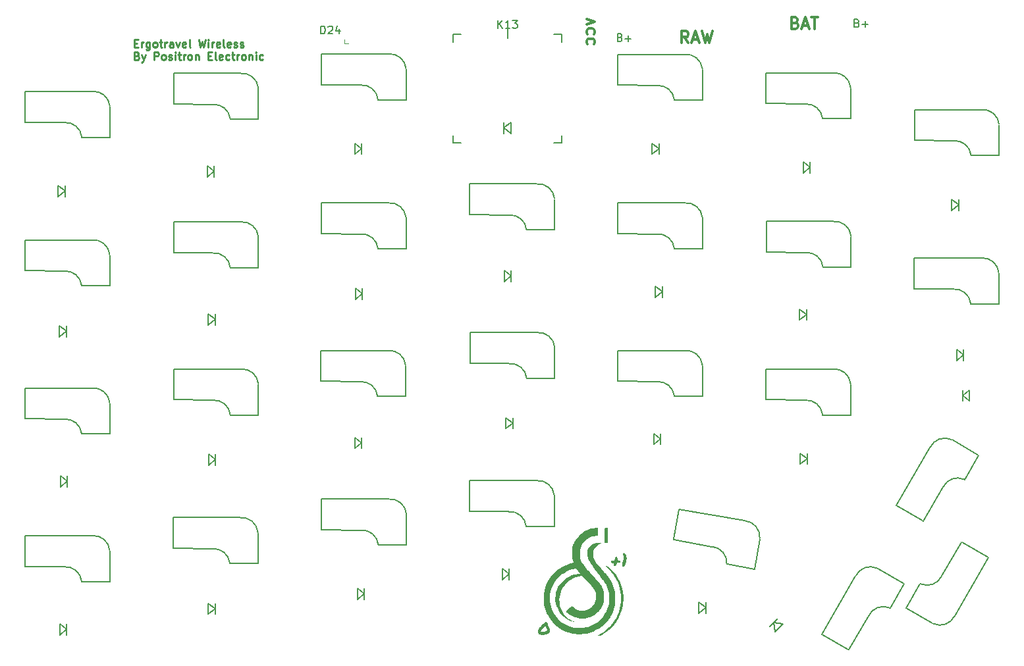
<source format=gbr>
%TF.GenerationSoftware,KiCad,Pcbnew,7.0.1*%
%TF.CreationDate,2023-04-29T17:31:46+07:00*%
%TF.ProjectId,ErgoTravel,4572676f-5472-4617-9665-6c2e6b696361,rev?*%
%TF.SameCoordinates,Original*%
%TF.FileFunction,Legend,Top*%
%TF.FilePolarity,Positive*%
%FSLAX46Y46*%
G04 Gerber Fmt 4.6, Leading zero omitted, Abs format (unit mm)*
G04 Created by KiCad (PCBNEW 7.0.1) date 2023-04-29 17:31:46*
%MOMM*%
%LPD*%
G01*
G04 APERTURE LIST*
%ADD10C,0.200000*%
%ADD11C,0.250000*%
%ADD12C,0.300000*%
%ADD13C,0.150000*%
%ADD14C,0.120000*%
G04 APERTURE END LIST*
D10*
X141732000Y-48768000D02*
X141732000Y-50292000D01*
D11*
X93710095Y-50946809D02*
X94043428Y-50946809D01*
X94186285Y-51470619D02*
X93710095Y-51470619D01*
X93710095Y-51470619D02*
X93710095Y-50470619D01*
X93710095Y-50470619D02*
X94186285Y-50470619D01*
X94614857Y-51470619D02*
X94614857Y-50803952D01*
X94614857Y-50994428D02*
X94662476Y-50899190D01*
X94662476Y-50899190D02*
X94710095Y-50851571D01*
X94710095Y-50851571D02*
X94805333Y-50803952D01*
X94805333Y-50803952D02*
X94900571Y-50803952D01*
X95662476Y-50803952D02*
X95662476Y-51613476D01*
X95662476Y-51613476D02*
X95614857Y-51708714D01*
X95614857Y-51708714D02*
X95567238Y-51756333D01*
X95567238Y-51756333D02*
X95472000Y-51803952D01*
X95472000Y-51803952D02*
X95329143Y-51803952D01*
X95329143Y-51803952D02*
X95233905Y-51756333D01*
X95662476Y-51423000D02*
X95567238Y-51470619D01*
X95567238Y-51470619D02*
X95376762Y-51470619D01*
X95376762Y-51470619D02*
X95281524Y-51423000D01*
X95281524Y-51423000D02*
X95233905Y-51375380D01*
X95233905Y-51375380D02*
X95186286Y-51280142D01*
X95186286Y-51280142D02*
X95186286Y-50994428D01*
X95186286Y-50994428D02*
X95233905Y-50899190D01*
X95233905Y-50899190D02*
X95281524Y-50851571D01*
X95281524Y-50851571D02*
X95376762Y-50803952D01*
X95376762Y-50803952D02*
X95567238Y-50803952D01*
X95567238Y-50803952D02*
X95662476Y-50851571D01*
X96281524Y-51470619D02*
X96186286Y-51423000D01*
X96186286Y-51423000D02*
X96138667Y-51375380D01*
X96138667Y-51375380D02*
X96091048Y-51280142D01*
X96091048Y-51280142D02*
X96091048Y-50994428D01*
X96091048Y-50994428D02*
X96138667Y-50899190D01*
X96138667Y-50899190D02*
X96186286Y-50851571D01*
X96186286Y-50851571D02*
X96281524Y-50803952D01*
X96281524Y-50803952D02*
X96424381Y-50803952D01*
X96424381Y-50803952D02*
X96519619Y-50851571D01*
X96519619Y-50851571D02*
X96567238Y-50899190D01*
X96567238Y-50899190D02*
X96614857Y-50994428D01*
X96614857Y-50994428D02*
X96614857Y-51280142D01*
X96614857Y-51280142D02*
X96567238Y-51375380D01*
X96567238Y-51375380D02*
X96519619Y-51423000D01*
X96519619Y-51423000D02*
X96424381Y-51470619D01*
X96424381Y-51470619D02*
X96281524Y-51470619D01*
X96900572Y-50803952D02*
X97281524Y-50803952D01*
X97043429Y-50470619D02*
X97043429Y-51327761D01*
X97043429Y-51327761D02*
X97091048Y-51423000D01*
X97091048Y-51423000D02*
X97186286Y-51470619D01*
X97186286Y-51470619D02*
X97281524Y-51470619D01*
X97614858Y-51470619D02*
X97614858Y-50803952D01*
X97614858Y-50994428D02*
X97662477Y-50899190D01*
X97662477Y-50899190D02*
X97710096Y-50851571D01*
X97710096Y-50851571D02*
X97805334Y-50803952D01*
X97805334Y-50803952D02*
X97900572Y-50803952D01*
X98662477Y-51470619D02*
X98662477Y-50946809D01*
X98662477Y-50946809D02*
X98614858Y-50851571D01*
X98614858Y-50851571D02*
X98519620Y-50803952D01*
X98519620Y-50803952D02*
X98329144Y-50803952D01*
X98329144Y-50803952D02*
X98233906Y-50851571D01*
X98662477Y-51423000D02*
X98567239Y-51470619D01*
X98567239Y-51470619D02*
X98329144Y-51470619D01*
X98329144Y-51470619D02*
X98233906Y-51423000D01*
X98233906Y-51423000D02*
X98186287Y-51327761D01*
X98186287Y-51327761D02*
X98186287Y-51232523D01*
X98186287Y-51232523D02*
X98233906Y-51137285D01*
X98233906Y-51137285D02*
X98329144Y-51089666D01*
X98329144Y-51089666D02*
X98567239Y-51089666D01*
X98567239Y-51089666D02*
X98662477Y-51042047D01*
X99043430Y-50803952D02*
X99281525Y-51470619D01*
X99281525Y-51470619D02*
X99519620Y-50803952D01*
X100281525Y-51423000D02*
X100186287Y-51470619D01*
X100186287Y-51470619D02*
X99995811Y-51470619D01*
X99995811Y-51470619D02*
X99900573Y-51423000D01*
X99900573Y-51423000D02*
X99852954Y-51327761D01*
X99852954Y-51327761D02*
X99852954Y-50946809D01*
X99852954Y-50946809D02*
X99900573Y-50851571D01*
X99900573Y-50851571D02*
X99995811Y-50803952D01*
X99995811Y-50803952D02*
X100186287Y-50803952D01*
X100186287Y-50803952D02*
X100281525Y-50851571D01*
X100281525Y-50851571D02*
X100329144Y-50946809D01*
X100329144Y-50946809D02*
X100329144Y-51042047D01*
X100329144Y-51042047D02*
X99852954Y-51137285D01*
X100900573Y-51470619D02*
X100805335Y-51423000D01*
X100805335Y-51423000D02*
X100757716Y-51327761D01*
X100757716Y-51327761D02*
X100757716Y-50470619D01*
X101948193Y-50470619D02*
X102186288Y-51470619D01*
X102186288Y-51470619D02*
X102376764Y-50756333D01*
X102376764Y-50756333D02*
X102567240Y-51470619D01*
X102567240Y-51470619D02*
X102805336Y-50470619D01*
X103186288Y-51470619D02*
X103186288Y-50803952D01*
X103186288Y-50470619D02*
X103138669Y-50518238D01*
X103138669Y-50518238D02*
X103186288Y-50565857D01*
X103186288Y-50565857D02*
X103233907Y-50518238D01*
X103233907Y-50518238D02*
X103186288Y-50470619D01*
X103186288Y-50470619D02*
X103186288Y-50565857D01*
X103662478Y-51470619D02*
X103662478Y-50803952D01*
X103662478Y-50994428D02*
X103710097Y-50899190D01*
X103710097Y-50899190D02*
X103757716Y-50851571D01*
X103757716Y-50851571D02*
X103852954Y-50803952D01*
X103852954Y-50803952D02*
X103948192Y-50803952D01*
X104662478Y-51423000D02*
X104567240Y-51470619D01*
X104567240Y-51470619D02*
X104376764Y-51470619D01*
X104376764Y-51470619D02*
X104281526Y-51423000D01*
X104281526Y-51423000D02*
X104233907Y-51327761D01*
X104233907Y-51327761D02*
X104233907Y-50946809D01*
X104233907Y-50946809D02*
X104281526Y-50851571D01*
X104281526Y-50851571D02*
X104376764Y-50803952D01*
X104376764Y-50803952D02*
X104567240Y-50803952D01*
X104567240Y-50803952D02*
X104662478Y-50851571D01*
X104662478Y-50851571D02*
X104710097Y-50946809D01*
X104710097Y-50946809D02*
X104710097Y-51042047D01*
X104710097Y-51042047D02*
X104233907Y-51137285D01*
X105281526Y-51470619D02*
X105186288Y-51423000D01*
X105186288Y-51423000D02*
X105138669Y-51327761D01*
X105138669Y-51327761D02*
X105138669Y-50470619D01*
X106043431Y-51423000D02*
X105948193Y-51470619D01*
X105948193Y-51470619D02*
X105757717Y-51470619D01*
X105757717Y-51470619D02*
X105662479Y-51423000D01*
X105662479Y-51423000D02*
X105614860Y-51327761D01*
X105614860Y-51327761D02*
X105614860Y-50946809D01*
X105614860Y-50946809D02*
X105662479Y-50851571D01*
X105662479Y-50851571D02*
X105757717Y-50803952D01*
X105757717Y-50803952D02*
X105948193Y-50803952D01*
X105948193Y-50803952D02*
X106043431Y-50851571D01*
X106043431Y-50851571D02*
X106091050Y-50946809D01*
X106091050Y-50946809D02*
X106091050Y-51042047D01*
X106091050Y-51042047D02*
X105614860Y-51137285D01*
X106472003Y-51423000D02*
X106567241Y-51470619D01*
X106567241Y-51470619D02*
X106757717Y-51470619D01*
X106757717Y-51470619D02*
X106852955Y-51423000D01*
X106852955Y-51423000D02*
X106900574Y-51327761D01*
X106900574Y-51327761D02*
X106900574Y-51280142D01*
X106900574Y-51280142D02*
X106852955Y-51184904D01*
X106852955Y-51184904D02*
X106757717Y-51137285D01*
X106757717Y-51137285D02*
X106614860Y-51137285D01*
X106614860Y-51137285D02*
X106519622Y-51089666D01*
X106519622Y-51089666D02*
X106472003Y-50994428D01*
X106472003Y-50994428D02*
X106472003Y-50946809D01*
X106472003Y-50946809D02*
X106519622Y-50851571D01*
X106519622Y-50851571D02*
X106614860Y-50803952D01*
X106614860Y-50803952D02*
X106757717Y-50803952D01*
X106757717Y-50803952D02*
X106852955Y-50851571D01*
X107281527Y-51423000D02*
X107376765Y-51470619D01*
X107376765Y-51470619D02*
X107567241Y-51470619D01*
X107567241Y-51470619D02*
X107662479Y-51423000D01*
X107662479Y-51423000D02*
X107710098Y-51327761D01*
X107710098Y-51327761D02*
X107710098Y-51280142D01*
X107710098Y-51280142D02*
X107662479Y-51184904D01*
X107662479Y-51184904D02*
X107567241Y-51137285D01*
X107567241Y-51137285D02*
X107424384Y-51137285D01*
X107424384Y-51137285D02*
X107329146Y-51089666D01*
X107329146Y-51089666D02*
X107281527Y-50994428D01*
X107281527Y-50994428D02*
X107281527Y-50946809D01*
X107281527Y-50946809D02*
X107329146Y-50851571D01*
X107329146Y-50851571D02*
X107424384Y-50803952D01*
X107424384Y-50803952D02*
X107567241Y-50803952D01*
X107567241Y-50803952D02*
X107662479Y-50851571D01*
X94043428Y-52566809D02*
X94186285Y-52614428D01*
X94186285Y-52614428D02*
X94233904Y-52662047D01*
X94233904Y-52662047D02*
X94281523Y-52757285D01*
X94281523Y-52757285D02*
X94281523Y-52900142D01*
X94281523Y-52900142D02*
X94233904Y-52995380D01*
X94233904Y-52995380D02*
X94186285Y-53043000D01*
X94186285Y-53043000D02*
X94091047Y-53090619D01*
X94091047Y-53090619D02*
X93710095Y-53090619D01*
X93710095Y-53090619D02*
X93710095Y-52090619D01*
X93710095Y-52090619D02*
X94043428Y-52090619D01*
X94043428Y-52090619D02*
X94138666Y-52138238D01*
X94138666Y-52138238D02*
X94186285Y-52185857D01*
X94186285Y-52185857D02*
X94233904Y-52281095D01*
X94233904Y-52281095D02*
X94233904Y-52376333D01*
X94233904Y-52376333D02*
X94186285Y-52471571D01*
X94186285Y-52471571D02*
X94138666Y-52519190D01*
X94138666Y-52519190D02*
X94043428Y-52566809D01*
X94043428Y-52566809D02*
X93710095Y-52566809D01*
X94614857Y-52423952D02*
X94852952Y-53090619D01*
X95091047Y-52423952D02*
X94852952Y-53090619D01*
X94852952Y-53090619D02*
X94757714Y-53328714D01*
X94757714Y-53328714D02*
X94710095Y-53376333D01*
X94710095Y-53376333D02*
X94614857Y-53423952D01*
X96233905Y-53090619D02*
X96233905Y-52090619D01*
X96233905Y-52090619D02*
X96614857Y-52090619D01*
X96614857Y-52090619D02*
X96710095Y-52138238D01*
X96710095Y-52138238D02*
X96757714Y-52185857D01*
X96757714Y-52185857D02*
X96805333Y-52281095D01*
X96805333Y-52281095D02*
X96805333Y-52423952D01*
X96805333Y-52423952D02*
X96757714Y-52519190D01*
X96757714Y-52519190D02*
X96710095Y-52566809D01*
X96710095Y-52566809D02*
X96614857Y-52614428D01*
X96614857Y-52614428D02*
X96233905Y-52614428D01*
X97376762Y-53090619D02*
X97281524Y-53043000D01*
X97281524Y-53043000D02*
X97233905Y-52995380D01*
X97233905Y-52995380D02*
X97186286Y-52900142D01*
X97186286Y-52900142D02*
X97186286Y-52614428D01*
X97186286Y-52614428D02*
X97233905Y-52519190D01*
X97233905Y-52519190D02*
X97281524Y-52471571D01*
X97281524Y-52471571D02*
X97376762Y-52423952D01*
X97376762Y-52423952D02*
X97519619Y-52423952D01*
X97519619Y-52423952D02*
X97614857Y-52471571D01*
X97614857Y-52471571D02*
X97662476Y-52519190D01*
X97662476Y-52519190D02*
X97710095Y-52614428D01*
X97710095Y-52614428D02*
X97710095Y-52900142D01*
X97710095Y-52900142D02*
X97662476Y-52995380D01*
X97662476Y-52995380D02*
X97614857Y-53043000D01*
X97614857Y-53043000D02*
X97519619Y-53090619D01*
X97519619Y-53090619D02*
X97376762Y-53090619D01*
X98091048Y-53043000D02*
X98186286Y-53090619D01*
X98186286Y-53090619D02*
X98376762Y-53090619D01*
X98376762Y-53090619D02*
X98472000Y-53043000D01*
X98472000Y-53043000D02*
X98519619Y-52947761D01*
X98519619Y-52947761D02*
X98519619Y-52900142D01*
X98519619Y-52900142D02*
X98472000Y-52804904D01*
X98472000Y-52804904D02*
X98376762Y-52757285D01*
X98376762Y-52757285D02*
X98233905Y-52757285D01*
X98233905Y-52757285D02*
X98138667Y-52709666D01*
X98138667Y-52709666D02*
X98091048Y-52614428D01*
X98091048Y-52614428D02*
X98091048Y-52566809D01*
X98091048Y-52566809D02*
X98138667Y-52471571D01*
X98138667Y-52471571D02*
X98233905Y-52423952D01*
X98233905Y-52423952D02*
X98376762Y-52423952D01*
X98376762Y-52423952D02*
X98472000Y-52471571D01*
X98948191Y-53090619D02*
X98948191Y-52423952D01*
X98948191Y-52090619D02*
X98900572Y-52138238D01*
X98900572Y-52138238D02*
X98948191Y-52185857D01*
X98948191Y-52185857D02*
X98995810Y-52138238D01*
X98995810Y-52138238D02*
X98948191Y-52090619D01*
X98948191Y-52090619D02*
X98948191Y-52185857D01*
X99281524Y-52423952D02*
X99662476Y-52423952D01*
X99424381Y-52090619D02*
X99424381Y-52947761D01*
X99424381Y-52947761D02*
X99472000Y-53043000D01*
X99472000Y-53043000D02*
X99567238Y-53090619D01*
X99567238Y-53090619D02*
X99662476Y-53090619D01*
X99995810Y-53090619D02*
X99995810Y-52423952D01*
X99995810Y-52614428D02*
X100043429Y-52519190D01*
X100043429Y-52519190D02*
X100091048Y-52471571D01*
X100091048Y-52471571D02*
X100186286Y-52423952D01*
X100186286Y-52423952D02*
X100281524Y-52423952D01*
X100757715Y-53090619D02*
X100662477Y-53043000D01*
X100662477Y-53043000D02*
X100614858Y-52995380D01*
X100614858Y-52995380D02*
X100567239Y-52900142D01*
X100567239Y-52900142D02*
X100567239Y-52614428D01*
X100567239Y-52614428D02*
X100614858Y-52519190D01*
X100614858Y-52519190D02*
X100662477Y-52471571D01*
X100662477Y-52471571D02*
X100757715Y-52423952D01*
X100757715Y-52423952D02*
X100900572Y-52423952D01*
X100900572Y-52423952D02*
X100995810Y-52471571D01*
X100995810Y-52471571D02*
X101043429Y-52519190D01*
X101043429Y-52519190D02*
X101091048Y-52614428D01*
X101091048Y-52614428D02*
X101091048Y-52900142D01*
X101091048Y-52900142D02*
X101043429Y-52995380D01*
X101043429Y-52995380D02*
X100995810Y-53043000D01*
X100995810Y-53043000D02*
X100900572Y-53090619D01*
X100900572Y-53090619D02*
X100757715Y-53090619D01*
X101519620Y-52423952D02*
X101519620Y-53090619D01*
X101519620Y-52519190D02*
X101567239Y-52471571D01*
X101567239Y-52471571D02*
X101662477Y-52423952D01*
X101662477Y-52423952D02*
X101805334Y-52423952D01*
X101805334Y-52423952D02*
X101900572Y-52471571D01*
X101900572Y-52471571D02*
X101948191Y-52566809D01*
X101948191Y-52566809D02*
X101948191Y-53090619D01*
X103186287Y-52566809D02*
X103519620Y-52566809D01*
X103662477Y-53090619D02*
X103186287Y-53090619D01*
X103186287Y-53090619D02*
X103186287Y-52090619D01*
X103186287Y-52090619D02*
X103662477Y-52090619D01*
X104233906Y-53090619D02*
X104138668Y-53043000D01*
X104138668Y-53043000D02*
X104091049Y-52947761D01*
X104091049Y-52947761D02*
X104091049Y-52090619D01*
X104995811Y-53043000D02*
X104900573Y-53090619D01*
X104900573Y-53090619D02*
X104710097Y-53090619D01*
X104710097Y-53090619D02*
X104614859Y-53043000D01*
X104614859Y-53043000D02*
X104567240Y-52947761D01*
X104567240Y-52947761D02*
X104567240Y-52566809D01*
X104567240Y-52566809D02*
X104614859Y-52471571D01*
X104614859Y-52471571D02*
X104710097Y-52423952D01*
X104710097Y-52423952D02*
X104900573Y-52423952D01*
X104900573Y-52423952D02*
X104995811Y-52471571D01*
X104995811Y-52471571D02*
X105043430Y-52566809D01*
X105043430Y-52566809D02*
X105043430Y-52662047D01*
X105043430Y-52662047D02*
X104567240Y-52757285D01*
X105900573Y-53043000D02*
X105805335Y-53090619D01*
X105805335Y-53090619D02*
X105614859Y-53090619D01*
X105614859Y-53090619D02*
X105519621Y-53043000D01*
X105519621Y-53043000D02*
X105472002Y-52995380D01*
X105472002Y-52995380D02*
X105424383Y-52900142D01*
X105424383Y-52900142D02*
X105424383Y-52614428D01*
X105424383Y-52614428D02*
X105472002Y-52519190D01*
X105472002Y-52519190D02*
X105519621Y-52471571D01*
X105519621Y-52471571D02*
X105614859Y-52423952D01*
X105614859Y-52423952D02*
X105805335Y-52423952D01*
X105805335Y-52423952D02*
X105900573Y-52471571D01*
X106186288Y-52423952D02*
X106567240Y-52423952D01*
X106329145Y-52090619D02*
X106329145Y-52947761D01*
X106329145Y-52947761D02*
X106376764Y-53043000D01*
X106376764Y-53043000D02*
X106472002Y-53090619D01*
X106472002Y-53090619D02*
X106567240Y-53090619D01*
X106900574Y-53090619D02*
X106900574Y-52423952D01*
X106900574Y-52614428D02*
X106948193Y-52519190D01*
X106948193Y-52519190D02*
X106995812Y-52471571D01*
X106995812Y-52471571D02*
X107091050Y-52423952D01*
X107091050Y-52423952D02*
X107186288Y-52423952D01*
X107662479Y-53090619D02*
X107567241Y-53043000D01*
X107567241Y-53043000D02*
X107519622Y-52995380D01*
X107519622Y-52995380D02*
X107472003Y-52900142D01*
X107472003Y-52900142D02*
X107472003Y-52614428D01*
X107472003Y-52614428D02*
X107519622Y-52519190D01*
X107519622Y-52519190D02*
X107567241Y-52471571D01*
X107567241Y-52471571D02*
X107662479Y-52423952D01*
X107662479Y-52423952D02*
X107805336Y-52423952D01*
X107805336Y-52423952D02*
X107900574Y-52471571D01*
X107900574Y-52471571D02*
X107948193Y-52519190D01*
X107948193Y-52519190D02*
X107995812Y-52614428D01*
X107995812Y-52614428D02*
X107995812Y-52900142D01*
X107995812Y-52900142D02*
X107948193Y-52995380D01*
X107948193Y-52995380D02*
X107900574Y-53043000D01*
X107900574Y-53043000D02*
X107805336Y-53090619D01*
X107805336Y-53090619D02*
X107662479Y-53090619D01*
X108424384Y-52423952D02*
X108424384Y-53090619D01*
X108424384Y-52519190D02*
X108472003Y-52471571D01*
X108472003Y-52471571D02*
X108567241Y-52423952D01*
X108567241Y-52423952D02*
X108710098Y-52423952D01*
X108710098Y-52423952D02*
X108805336Y-52471571D01*
X108805336Y-52471571D02*
X108852955Y-52566809D01*
X108852955Y-52566809D02*
X108852955Y-53090619D01*
X109329146Y-53090619D02*
X109329146Y-52423952D01*
X109329146Y-52090619D02*
X109281527Y-52138238D01*
X109281527Y-52138238D02*
X109329146Y-52185857D01*
X109329146Y-52185857D02*
X109376765Y-52138238D01*
X109376765Y-52138238D02*
X109329146Y-52090619D01*
X109329146Y-52090619D02*
X109329146Y-52185857D01*
X110233907Y-53043000D02*
X110138669Y-53090619D01*
X110138669Y-53090619D02*
X109948193Y-53090619D01*
X109948193Y-53090619D02*
X109852955Y-53043000D01*
X109852955Y-53043000D02*
X109805336Y-52995380D01*
X109805336Y-52995380D02*
X109757717Y-52900142D01*
X109757717Y-52900142D02*
X109757717Y-52614428D01*
X109757717Y-52614428D02*
X109805336Y-52519190D01*
X109805336Y-52519190D02*
X109852955Y-52471571D01*
X109852955Y-52471571D02*
X109948193Y-52423952D01*
X109948193Y-52423952D02*
X110138669Y-52423952D01*
X110138669Y-52423952D02*
X110233907Y-52471571D01*
D12*
X164917285Y-50870428D02*
X164417285Y-50156142D01*
X164060142Y-50870428D02*
X164060142Y-49370428D01*
X164060142Y-49370428D02*
X164631571Y-49370428D01*
X164631571Y-49370428D02*
X164774428Y-49441857D01*
X164774428Y-49441857D02*
X164845857Y-49513285D01*
X164845857Y-49513285D02*
X164917285Y-49656142D01*
X164917285Y-49656142D02*
X164917285Y-49870428D01*
X164917285Y-49870428D02*
X164845857Y-50013285D01*
X164845857Y-50013285D02*
X164774428Y-50084714D01*
X164774428Y-50084714D02*
X164631571Y-50156142D01*
X164631571Y-50156142D02*
X164060142Y-50156142D01*
X165488714Y-50441857D02*
X166203000Y-50441857D01*
X165345857Y-50870428D02*
X165845857Y-49370428D01*
X165845857Y-49370428D02*
X166345857Y-50870428D01*
X166702999Y-49370428D02*
X167060142Y-50870428D01*
X167060142Y-50870428D02*
X167345856Y-49799000D01*
X167345856Y-49799000D02*
X167631571Y-50870428D01*
X167631571Y-50870428D02*
X167988714Y-49370428D01*
X178657142Y-48306714D02*
X178871428Y-48378142D01*
X178871428Y-48378142D02*
X178942857Y-48449571D01*
X178942857Y-48449571D02*
X179014285Y-48592428D01*
X179014285Y-48592428D02*
X179014285Y-48806714D01*
X179014285Y-48806714D02*
X178942857Y-48949571D01*
X178942857Y-48949571D02*
X178871428Y-49021000D01*
X178871428Y-49021000D02*
X178728571Y-49092428D01*
X178728571Y-49092428D02*
X178157142Y-49092428D01*
X178157142Y-49092428D02*
X178157142Y-47592428D01*
X178157142Y-47592428D02*
X178657142Y-47592428D01*
X178657142Y-47592428D02*
X178800000Y-47663857D01*
X178800000Y-47663857D02*
X178871428Y-47735285D01*
X178871428Y-47735285D02*
X178942857Y-47878142D01*
X178942857Y-47878142D02*
X178942857Y-48021000D01*
X178942857Y-48021000D02*
X178871428Y-48163857D01*
X178871428Y-48163857D02*
X178800000Y-48235285D01*
X178800000Y-48235285D02*
X178657142Y-48306714D01*
X178657142Y-48306714D02*
X178157142Y-48306714D01*
X179585714Y-48663857D02*
X180300000Y-48663857D01*
X179442857Y-49092428D02*
X179942857Y-47592428D01*
X179942857Y-47592428D02*
X180442857Y-49092428D01*
X180728571Y-47592428D02*
X181585714Y-47592428D01*
X181157142Y-49092428D02*
X181157142Y-47592428D01*
X151851428Y-47839285D02*
X152851428Y-48196428D01*
X152851428Y-48196428D02*
X151851428Y-48553571D01*
X152780000Y-49767857D02*
X152851428Y-49624999D01*
X152851428Y-49624999D02*
X152851428Y-49339285D01*
X152851428Y-49339285D02*
X152780000Y-49196428D01*
X152780000Y-49196428D02*
X152708571Y-49124999D01*
X152708571Y-49124999D02*
X152565714Y-49053571D01*
X152565714Y-49053571D02*
X152137142Y-49053571D01*
X152137142Y-49053571D02*
X151994285Y-49124999D01*
X151994285Y-49124999D02*
X151922857Y-49196428D01*
X151922857Y-49196428D02*
X151851428Y-49339285D01*
X151851428Y-49339285D02*
X151851428Y-49624999D01*
X151851428Y-49624999D02*
X151922857Y-49767857D01*
X152780000Y-51053571D02*
X152851428Y-50910713D01*
X152851428Y-50910713D02*
X152851428Y-50624999D01*
X152851428Y-50624999D02*
X152780000Y-50482142D01*
X152780000Y-50482142D02*
X152708571Y-50410713D01*
X152708571Y-50410713D02*
X152565714Y-50339285D01*
X152565714Y-50339285D02*
X152137142Y-50339285D01*
X152137142Y-50339285D02*
X151994285Y-50410713D01*
X151994285Y-50410713D02*
X151922857Y-50482142D01*
X151922857Y-50482142D02*
X151851428Y-50624999D01*
X151851428Y-50624999D02*
X151851428Y-50910713D01*
X151851428Y-50910713D02*
X151922857Y-51053571D01*
D13*
%TO.C,K13*%
X140445886Y-49006871D02*
X140445886Y-48006871D01*
X141017314Y-49006871D02*
X140588743Y-48435442D01*
X141017314Y-48006871D02*
X140445886Y-48578299D01*
X141969695Y-49006871D02*
X141398267Y-49006871D01*
X141683981Y-49006871D02*
X141683981Y-48006871D01*
X141683981Y-48006871D02*
X141588743Y-48149728D01*
X141588743Y-48149728D02*
X141493505Y-48244966D01*
X141493505Y-48244966D02*
X141398267Y-48292585D01*
X142303029Y-48006871D02*
X142922076Y-48006871D01*
X142922076Y-48006871D02*
X142588743Y-48387823D01*
X142588743Y-48387823D02*
X142731600Y-48387823D01*
X142731600Y-48387823D02*
X142826838Y-48435442D01*
X142826838Y-48435442D02*
X142874457Y-48483061D01*
X142874457Y-48483061D02*
X142922076Y-48578299D01*
X142922076Y-48578299D02*
X142922076Y-48816394D01*
X142922076Y-48816394D02*
X142874457Y-48911632D01*
X142874457Y-48911632D02*
X142826838Y-48959252D01*
X142826838Y-48959252D02*
X142731600Y-49006871D01*
X142731600Y-49006871D02*
X142445886Y-49006871D01*
X142445886Y-49006871D02*
X142350648Y-48959252D01*
X142350648Y-48959252D02*
X142303029Y-48911632D01*
%TO.C,BATTCONN2*%
X186592381Y-48341809D02*
X186735238Y-48389428D01*
X186735238Y-48389428D02*
X186782857Y-48437047D01*
X186782857Y-48437047D02*
X186830476Y-48532285D01*
X186830476Y-48532285D02*
X186830476Y-48675142D01*
X186830476Y-48675142D02*
X186782857Y-48770380D01*
X186782857Y-48770380D02*
X186735238Y-48818000D01*
X186735238Y-48818000D02*
X186640000Y-48865619D01*
X186640000Y-48865619D02*
X186259048Y-48865619D01*
X186259048Y-48865619D02*
X186259048Y-47865619D01*
X186259048Y-47865619D02*
X186592381Y-47865619D01*
X186592381Y-47865619D02*
X186687619Y-47913238D01*
X186687619Y-47913238D02*
X186735238Y-47960857D01*
X186735238Y-47960857D02*
X186782857Y-48056095D01*
X186782857Y-48056095D02*
X186782857Y-48151333D01*
X186782857Y-48151333D02*
X186735238Y-48246571D01*
X186735238Y-48246571D02*
X186687619Y-48294190D01*
X186687619Y-48294190D02*
X186592381Y-48341809D01*
X186592381Y-48341809D02*
X186259048Y-48341809D01*
X187259048Y-48484666D02*
X188020953Y-48484666D01*
X187640000Y-48865619D02*
X187640000Y-48103714D01*
%TO.C,D24*%
X117657714Y-49738619D02*
X117657714Y-48738619D01*
X117657714Y-48738619D02*
X117895809Y-48738619D01*
X117895809Y-48738619D02*
X118038666Y-48786238D01*
X118038666Y-48786238D02*
X118133904Y-48881476D01*
X118133904Y-48881476D02*
X118181523Y-48976714D01*
X118181523Y-48976714D02*
X118229142Y-49167190D01*
X118229142Y-49167190D02*
X118229142Y-49310047D01*
X118229142Y-49310047D02*
X118181523Y-49500523D01*
X118181523Y-49500523D02*
X118133904Y-49595761D01*
X118133904Y-49595761D02*
X118038666Y-49691000D01*
X118038666Y-49691000D02*
X117895809Y-49738619D01*
X117895809Y-49738619D02*
X117657714Y-49738619D01*
X118610095Y-48833857D02*
X118657714Y-48786238D01*
X118657714Y-48786238D02*
X118752952Y-48738619D01*
X118752952Y-48738619D02*
X118991047Y-48738619D01*
X118991047Y-48738619D02*
X119086285Y-48786238D01*
X119086285Y-48786238D02*
X119133904Y-48833857D01*
X119133904Y-48833857D02*
X119181523Y-48929095D01*
X119181523Y-48929095D02*
X119181523Y-49024333D01*
X119181523Y-49024333D02*
X119133904Y-49167190D01*
X119133904Y-49167190D02*
X118562476Y-49738619D01*
X118562476Y-49738619D02*
X119181523Y-49738619D01*
X120038666Y-49071952D02*
X120038666Y-49738619D01*
X119800571Y-48691000D02*
X119562476Y-49405285D01*
X119562476Y-49405285D02*
X120181523Y-49405285D01*
%TO.C,BATTCONN1*%
X156138381Y-50198809D02*
X156281238Y-50246428D01*
X156281238Y-50246428D02*
X156328857Y-50294047D01*
X156328857Y-50294047D02*
X156376476Y-50389285D01*
X156376476Y-50389285D02*
X156376476Y-50532142D01*
X156376476Y-50532142D02*
X156328857Y-50627380D01*
X156328857Y-50627380D02*
X156281238Y-50675000D01*
X156281238Y-50675000D02*
X156186000Y-50722619D01*
X156186000Y-50722619D02*
X155805048Y-50722619D01*
X155805048Y-50722619D02*
X155805048Y-49722619D01*
X155805048Y-49722619D02*
X156138381Y-49722619D01*
X156138381Y-49722619D02*
X156233619Y-49770238D01*
X156233619Y-49770238D02*
X156281238Y-49817857D01*
X156281238Y-49817857D02*
X156328857Y-49913095D01*
X156328857Y-49913095D02*
X156328857Y-50008333D01*
X156328857Y-50008333D02*
X156281238Y-50103571D01*
X156281238Y-50103571D02*
X156233619Y-50151190D01*
X156233619Y-50151190D02*
X156138381Y-50198809D01*
X156138381Y-50198809D02*
X155805048Y-50198809D01*
X156805048Y-50341666D02*
X157566953Y-50341666D01*
X157186000Y-50722619D02*
X157186000Y-49960714D01*
%TO.C,G\u002A\u002A\u002A*%
G36*
X154430539Y-118223368D02*
G01*
X154511469Y-118236191D01*
X154582676Y-118255406D01*
X154621039Y-118272563D01*
X154667086Y-118308524D01*
X154735871Y-118369879D01*
X154821557Y-118450787D01*
X154918310Y-118545404D01*
X155020293Y-118647891D01*
X155121671Y-118752404D01*
X155216608Y-118853102D01*
X155299269Y-118944142D01*
X155346705Y-118999000D01*
X155626176Y-119364362D01*
X155872573Y-119754757D01*
X156084646Y-120167300D01*
X156261145Y-120599104D01*
X156400818Y-121047284D01*
X156502414Y-121508956D01*
X156539425Y-121750667D01*
X156553304Y-121896064D01*
X156562069Y-122072905D01*
X156565879Y-122270628D01*
X156564888Y-122478672D01*
X156559254Y-122686478D01*
X156549131Y-122883483D01*
X156534678Y-123059128D01*
X156518129Y-123190000D01*
X156423096Y-123662249D01*
X156290123Y-124117505D01*
X156120341Y-124554125D01*
X155914879Y-124970466D01*
X155674868Y-125364886D01*
X155401438Y-125735742D01*
X155095717Y-126081391D01*
X154758837Y-126400191D01*
X154391926Y-126690499D01*
X153996116Y-126950673D01*
X153888196Y-127013414D01*
X153780427Y-127073062D01*
X153685232Y-127123125D01*
X153608614Y-127160664D01*
X153556572Y-127182736D01*
X153535123Y-127186422D01*
X153514380Y-127183207D01*
X153462982Y-127178868D01*
X153400125Y-127174828D01*
X153331605Y-127168771D01*
X153283832Y-127160409D01*
X153267929Y-127152448D01*
X153285595Y-127137109D01*
X153333054Y-127107893D01*
X153402124Y-127069639D01*
X153451604Y-127043817D01*
X153784403Y-126853550D01*
X154112904Y-126626549D01*
X154431024Y-126368375D01*
X154732683Y-126084588D01*
X155011796Y-125780749D01*
X155262283Y-125462420D01*
X155397924Y-125264274D01*
X155621150Y-124887771D01*
X155808924Y-124502734D01*
X155963393Y-124103409D01*
X156086704Y-123684036D01*
X156181003Y-123238861D01*
X156203041Y-123105334D01*
X156219959Y-122962566D01*
X156232325Y-122788119D01*
X156240135Y-122591952D01*
X156243387Y-122384028D01*
X156242078Y-122174308D01*
X156236208Y-121972754D01*
X156225772Y-121789328D01*
X156210769Y-121633991D01*
X156203392Y-121581334D01*
X156108773Y-121113329D01*
X155974239Y-120655549D01*
X155801231Y-120211702D01*
X155591190Y-119785498D01*
X155352191Y-119390584D01*
X155187765Y-119158314D01*
X155008928Y-118935431D01*
X154807782Y-118712672D01*
X154576425Y-118480772D01*
X154576135Y-118480493D01*
X154294416Y-118209585D01*
X154430539Y-118223368D01*
G37*
G36*
X145575152Y-126623235D02*
G01*
X145927327Y-126623235D01*
X145957616Y-126657586D01*
X146024308Y-126674521D01*
X146129313Y-126677237D01*
X146208750Y-126673543D01*
X146316500Y-126665018D01*
X146398371Y-126652426D01*
X146470818Y-126631809D01*
X146550295Y-126599207D01*
X146585849Y-126582812D01*
X146683518Y-126533911D01*
X146748161Y-126489912D01*
X146781715Y-126443231D01*
X146786116Y-126386283D01*
X146763299Y-126311482D01*
X146715200Y-126211244D01*
X146691931Y-126167212D01*
X146643124Y-126079450D01*
X146607673Y-126025220D01*
X146581607Y-125999432D01*
X146560955Y-125996992D01*
X146559639Y-125997550D01*
X146513525Y-126008894D01*
X146467693Y-126012017D01*
X146415497Y-126027286D01*
X146345327Y-126069919D01*
X146264681Y-126133464D01*
X146181056Y-126211471D01*
X146101947Y-126297489D01*
X146035789Y-126383689D01*
X145968322Y-126489485D01*
X145931532Y-126568267D01*
X145927327Y-126623235D01*
X145575152Y-126623235D01*
X145574993Y-126611716D01*
X145592387Y-126459766D01*
X145643770Y-126310715D01*
X145731774Y-126157790D01*
X145774375Y-126098563D01*
X145827866Y-126033398D01*
X145896966Y-125957139D01*
X145973471Y-125877970D01*
X146049178Y-125804073D01*
X146115884Y-125743632D01*
X146165386Y-125704831D01*
X146174832Y-125699075D01*
X146210604Y-125673851D01*
X146264974Y-125629168D01*
X146324140Y-125576542D01*
X146382218Y-125526311D01*
X146430952Y-125490266D01*
X146460031Y-125476012D01*
X146460461Y-125476000D01*
X146494207Y-125461525D01*
X146526250Y-125433667D01*
X146576247Y-125397175D01*
X146631895Y-125395779D01*
X146697403Y-125430569D01*
X146771766Y-125497274D01*
X146836664Y-125574436D01*
X146871940Y-125641109D01*
X146875751Y-125692397D01*
X146855257Y-125718846D01*
X146845443Y-125729008D01*
X146843972Y-125747201D01*
X146853009Y-125779569D01*
X146874722Y-125832263D01*
X146911277Y-125911428D01*
X146956136Y-126005167D01*
X147023736Y-126150114D01*
X147072250Y-126266395D01*
X147104218Y-126361734D01*
X147122179Y-126443858D01*
X147128674Y-126520493D01*
X147128808Y-126530433D01*
X147120393Y-126635509D01*
X147090742Y-126714279D01*
X147045592Y-126769902D01*
X146957902Y-126836448D01*
X146837725Y-126902068D01*
X146694786Y-126962643D01*
X146538811Y-127014058D01*
X146379525Y-127052195D01*
X146378083Y-127052470D01*
X146295115Y-127068074D01*
X146235453Y-127077253D01*
X146185498Y-127080110D01*
X146131651Y-127076743D01*
X146060313Y-127067253D01*
X145981968Y-127055389D01*
X145866608Y-127031821D01*
X145780446Y-126996871D01*
X145710515Y-126942932D01*
X145643847Y-126862396D01*
X145637250Y-126853138D01*
X145603072Y-126799857D01*
X145584070Y-126751558D01*
X145576107Y-126692198D01*
X145575152Y-126623235D01*
G37*
G36*
X153305265Y-113797292D02*
G01*
X153299583Y-114289417D01*
X153103932Y-114304465D01*
X152787462Y-114348536D01*
X152489357Y-114430736D01*
X152209291Y-114551213D01*
X151946934Y-114710112D01*
X151701961Y-114907580D01*
X151652064Y-114954572D01*
X151448708Y-115174000D01*
X151284173Y-115402977D01*
X151155157Y-115646849D01*
X151058357Y-115910958D01*
X151055916Y-115919250D01*
X151000834Y-116163204D01*
X150972640Y-116419497D01*
X150970237Y-116681613D01*
X150992531Y-116943036D01*
X151038427Y-117197248D01*
X151106830Y-117437734D01*
X151196645Y-117657976D01*
X151306777Y-117851458D01*
X151401177Y-117974102D01*
X151530915Y-118127318D01*
X151644544Y-118277359D01*
X151724460Y-118393552D01*
X151790228Y-118484572D01*
X151870489Y-118584566D01*
X151949002Y-118673400D01*
X151956713Y-118681500D01*
X152050435Y-118779957D01*
X152160884Y-118897537D01*
X152284668Y-119030505D01*
X152418398Y-119175129D01*
X152558683Y-119327676D01*
X152702134Y-119484413D01*
X152845358Y-119641607D01*
X152984967Y-119795525D01*
X153117569Y-119942433D01*
X153239774Y-120078600D01*
X153348192Y-120200291D01*
X153439432Y-120303774D01*
X153510105Y-120385315D01*
X153556819Y-120441182D01*
X153568721Y-120456416D01*
X153690622Y-120638707D01*
X153805600Y-120846569D01*
X153906003Y-121064369D01*
X153984179Y-121276475D01*
X154005426Y-121348500D01*
X154037654Y-121474384D01*
X154061268Y-121588213D01*
X154077567Y-121701139D01*
X154087849Y-121824314D01*
X154093415Y-121968887D01*
X154095434Y-122121084D01*
X154088942Y-122390918D01*
X154064318Y-122632306D01*
X154019038Y-122856153D01*
X153950579Y-123073361D01*
X153856418Y-123294835D01*
X153795571Y-123417015D01*
X153683691Y-123615178D01*
X153562372Y-123793576D01*
X153421017Y-123966837D01*
X153310369Y-124086765D01*
X153052957Y-124326727D01*
X152777773Y-124528378D01*
X152483830Y-124692270D01*
X152170143Y-124818953D01*
X151844029Y-124907239D01*
X151679808Y-124933169D01*
X151488107Y-124949259D01*
X151282649Y-124955374D01*
X151077159Y-124951378D01*
X150885362Y-124937135D01*
X150749827Y-124918058D01*
X150441995Y-124842896D01*
X150139693Y-124731566D01*
X149853550Y-124588503D01*
X149651643Y-124460019D01*
X149568864Y-124398073D01*
X149481467Y-124326791D01*
X149395512Y-124251854D01*
X149317055Y-124178939D01*
X149252155Y-124113725D01*
X149206868Y-124061892D01*
X149187253Y-124029118D01*
X149187084Y-124024509D01*
X149204151Y-124002915D01*
X149247610Y-123958825D01*
X149311979Y-123897164D01*
X149391773Y-123822855D01*
X149481507Y-123740822D01*
X149575697Y-123655989D01*
X149668861Y-123573279D01*
X149755512Y-123497616D01*
X149830168Y-123433923D01*
X149887344Y-123387125D01*
X149921556Y-123362145D01*
X149927972Y-123359334D01*
X149952819Y-123372837D01*
X149999071Y-123408599D01*
X150057657Y-123459495D01*
X150070537Y-123471308D01*
X150287950Y-123646100D01*
X150519339Y-123780939D01*
X150764475Y-123875750D01*
X151023125Y-123930456D01*
X151295056Y-123944981D01*
X151482624Y-123932416D01*
X151750072Y-123882552D01*
X151998908Y-123794941D01*
X152230334Y-123668993D01*
X152445553Y-123504118D01*
X152541634Y-123412823D01*
X152716094Y-123210482D01*
X152859790Y-122990122D01*
X152969405Y-122758105D01*
X153041622Y-122520794D01*
X153060539Y-122417417D01*
X153071872Y-122288550D01*
X153073626Y-122137317D01*
X153066619Y-121977920D01*
X153051672Y-121824561D01*
X153029601Y-121691441D01*
X153015384Y-121634250D01*
X152963118Y-121485137D01*
X152892810Y-121327482D01*
X152812284Y-121176980D01*
X152729366Y-121049328D01*
X152712862Y-121027507D01*
X152680032Y-120987967D01*
X152622021Y-120920868D01*
X152542153Y-120829950D01*
X152443753Y-120718953D01*
X152330145Y-120591615D01*
X152204654Y-120451675D01*
X152070603Y-120302874D01*
X151957353Y-120177670D01*
X151292457Y-119443938D01*
X151174187Y-119456429D01*
X150817561Y-119513704D01*
X150477228Y-119608050D01*
X150156739Y-119738440D01*
X150097945Y-119767426D01*
X149793632Y-119943228D01*
X149510686Y-120149396D01*
X149252076Y-120382295D01*
X149020768Y-120638292D01*
X148819731Y-120913754D01*
X148651931Y-121205048D01*
X148520336Y-121508541D01*
X148430629Y-121808819D01*
X148364178Y-122176622D01*
X148336806Y-122539220D01*
X148348037Y-122894047D01*
X148397391Y-123238536D01*
X148484391Y-123570122D01*
X148608558Y-123886239D01*
X148769414Y-124184320D01*
X148912087Y-124392178D01*
X149062218Y-124580754D01*
X149202975Y-124735609D01*
X149340123Y-124862555D01*
X149479430Y-124967402D01*
X149489583Y-124974178D01*
X149575874Y-125028528D01*
X149675865Y-125087125D01*
X149781883Y-125145971D01*
X149886249Y-125201067D01*
X149981289Y-125248416D01*
X150059328Y-125284022D01*
X150112689Y-125303885D01*
X150127998Y-125306667D01*
X150153900Y-125319277D01*
X150156333Y-125327834D01*
X150174626Y-125343672D01*
X150214541Y-125350488D01*
X150272632Y-125356911D01*
X150317518Y-125370258D01*
X150338641Y-125386337D01*
X150332859Y-125397471D01*
X150300608Y-125403222D01*
X150250459Y-125400276D01*
X150199138Y-125391203D01*
X150163370Y-125378573D01*
X150156333Y-125370346D01*
X150137324Y-125359370D01*
X150088610Y-125347999D01*
X150048258Y-125342097D01*
X149981408Y-125331205D01*
X149930963Y-125317645D01*
X149915967Y-125310317D01*
X149878778Y-125291922D01*
X149828250Y-125276230D01*
X149748038Y-125249671D01*
X149642280Y-125203771D01*
X149520247Y-125143269D01*
X149391213Y-125072903D01*
X149264449Y-124997410D01*
X149194432Y-124952353D01*
X149032407Y-124832592D01*
X148861880Y-124685367D01*
X148693397Y-124521024D01*
X148537502Y-124349906D01*
X148404737Y-124182358D01*
X148393203Y-124166288D01*
X148285347Y-124002348D01*
X148180400Y-123820653D01*
X148085341Y-123634579D01*
X148007148Y-123457502D01*
X147967803Y-123350953D01*
X147879108Y-123018684D01*
X147828664Y-122674581D01*
X147816062Y-122324053D01*
X147840889Y-121972511D01*
X147902738Y-121625369D01*
X148001198Y-121288035D01*
X148135858Y-120965923D01*
X148150800Y-120935750D01*
X148321247Y-120642432D01*
X148527087Y-120367131D01*
X148763840Y-120113645D01*
X149027027Y-119885766D01*
X149312169Y-119687291D01*
X149614786Y-119522013D01*
X149930400Y-119393729D01*
X149996193Y-119372377D01*
X150169439Y-119321728D01*
X150322443Y-119285155D01*
X150471005Y-119259950D01*
X150630924Y-119243405D01*
X150808174Y-119233226D01*
X151089599Y-119221250D01*
X150937944Y-119051917D01*
X150855768Y-118956949D01*
X150766788Y-118849023D01*
X150685977Y-118746451D01*
X150659819Y-118711734D01*
X150533349Y-118540885D01*
X150403049Y-118558075D01*
X150020303Y-118629810D01*
X149647310Y-118742691D01*
X149284321Y-118896612D01*
X148931585Y-119091466D01*
X148589353Y-119327148D01*
X148579416Y-119334722D01*
X148404558Y-119480018D01*
X148223577Y-119651267D01*
X148046112Y-119838072D01*
X147881804Y-120030037D01*
X147740292Y-120216765D01*
X147683964Y-120300437D01*
X147590354Y-120459254D01*
X147497433Y-120640584D01*
X147409119Y-120834767D01*
X147329333Y-121032140D01*
X147261993Y-121223045D01*
X147211018Y-121397819D01*
X147181491Y-121539000D01*
X147169092Y-121604239D01*
X147155294Y-121654756D01*
X147150672Y-121666000D01*
X147143846Y-121696879D01*
X147135209Y-121762327D01*
X147125579Y-121854660D01*
X147115779Y-121966198D01*
X147108829Y-122057584D01*
X147095901Y-122438164D01*
X147113981Y-122795002D01*
X147164164Y-123134313D01*
X147247548Y-123462313D01*
X147365227Y-123785216D01*
X147444819Y-123962584D01*
X147634187Y-124313576D01*
X147854763Y-124641373D01*
X148103794Y-124943509D01*
X148378526Y-125217517D01*
X148676203Y-125460931D01*
X148994072Y-125671285D01*
X149329378Y-125846112D01*
X149679367Y-125982946D01*
X149713326Y-125993894D01*
X149951585Y-126060248D01*
X150208509Y-126115839D01*
X150470161Y-126158409D01*
X150722602Y-126185696D01*
X150951895Y-126195442D01*
X150956535Y-126195443D01*
X151119493Y-126189010D01*
X151308323Y-126171300D01*
X151508685Y-126144267D01*
X151706239Y-126109863D01*
X151886644Y-126070041D01*
X151897277Y-126067351D01*
X152218166Y-125966321D01*
X152541135Y-125827741D01*
X152859048Y-125655381D01*
X153164771Y-125453012D01*
X153384250Y-125281734D01*
X153683026Y-125006659D01*
X153944270Y-124712865D01*
X154168740Y-124399037D01*
X154357193Y-124063860D01*
X154510388Y-123706020D01*
X154629082Y-123324201D01*
X154699905Y-122999500D01*
X154718898Y-122864160D01*
X154733126Y-122701534D01*
X154742442Y-122522060D01*
X154746699Y-122336175D01*
X154745749Y-122154315D01*
X154739444Y-121986918D01*
X154727638Y-121844420D01*
X154717256Y-121771834D01*
X154628279Y-121374688D01*
X154506759Y-121002650D01*
X154350891Y-120651720D01*
X154158871Y-120317897D01*
X153928895Y-119997181D01*
X153900820Y-119962057D01*
X153831022Y-119873172D01*
X153748729Y-119764618D01*
X153665380Y-119651646D01*
X153607134Y-119570474D01*
X153532680Y-119466769D01*
X153440129Y-119340531D01*
X153336019Y-119200440D01*
X153226891Y-119055177D01*
X153119283Y-118913421D01*
X153019737Y-118783854D01*
X152934790Y-118675154D01*
X152896513Y-118627225D01*
X152851367Y-118567235D01*
X152791761Y-118482258D01*
X152725321Y-118383423D01*
X152659673Y-118281860D01*
X152657220Y-118277975D01*
X152583998Y-118163438D01*
X152502476Y-118038375D01*
X152423387Y-117919132D01*
X152366278Y-117834834D01*
X152248255Y-117647992D01*
X152141566Y-117449612D01*
X152050771Y-117249812D01*
X151980428Y-117058712D01*
X151935097Y-116886430D01*
X151932325Y-116871778D01*
X151917566Y-116750903D01*
X151911629Y-116610063D01*
X151914223Y-116464476D01*
X151925054Y-116329359D01*
X151943831Y-116219932D01*
X151944927Y-116215584D01*
X152016496Y-116017132D01*
X152123983Y-115827844D01*
X152260979Y-115656247D01*
X152421076Y-115510869D01*
X152529994Y-115437126D01*
X152654209Y-115369868D01*
X152776189Y-115319074D01*
X152905396Y-115282453D01*
X153051289Y-115257713D01*
X153223328Y-115242564D01*
X153357791Y-115236643D01*
X153489010Y-115232914D01*
X153583696Y-115231498D01*
X153647605Y-115232749D01*
X153686492Y-115237021D01*
X153706113Y-115244669D01*
X153712224Y-115256045D01*
X153712333Y-115258455D01*
X153691924Y-115286535D01*
X153633349Y-115316130D01*
X153601208Y-115327489D01*
X153375557Y-115421474D01*
X153176894Y-115547370D01*
X153007035Y-115703286D01*
X152867799Y-115887331D01*
X152761000Y-116097615D01*
X152706927Y-116257917D01*
X152684044Y-116369782D01*
X152668080Y-116506128D01*
X152659409Y-116654132D01*
X152658406Y-116800972D01*
X152665446Y-116933825D01*
X152680905Y-117039869D01*
X152683717Y-117051667D01*
X152748068Y-117243037D01*
X152841610Y-117435916D01*
X152955739Y-117612737D01*
X152963598Y-117623167D01*
X153002890Y-117672840D01*
X153065909Y-117750102D01*
X153148816Y-117850409D01*
X153247774Y-117969221D01*
X153358945Y-118101994D01*
X153478492Y-118244186D01*
X153602578Y-118391256D01*
X153727363Y-118538661D01*
X153849012Y-118681859D01*
X153963686Y-118816308D01*
X154067548Y-118937465D01*
X154156760Y-119040790D01*
X154227485Y-119121738D01*
X154269083Y-119168334D01*
X154403527Y-119321962D01*
X154543419Y-119492043D01*
X154677683Y-119664628D01*
X154795244Y-119825771D01*
X154822373Y-119865051D01*
X154942515Y-120059019D01*
X155061367Y-120283206D01*
X155173795Y-120525674D01*
X155274662Y-120774483D01*
X155358833Y-121017695D01*
X155421173Y-121243371D01*
X155427798Y-121272577D01*
X155449593Y-121369363D01*
X155471057Y-121460874D01*
X155488579Y-121531833D01*
X155493276Y-121549584D01*
X155501651Y-121601877D01*
X155509050Y-121689504D01*
X155515382Y-121805475D01*
X155520554Y-121942797D01*
X155524474Y-122094481D01*
X155527050Y-122253537D01*
X155528192Y-122412973D01*
X155527807Y-122565799D01*
X155525803Y-122705024D01*
X155522088Y-122823658D01*
X155516571Y-122914710D01*
X155511764Y-122957167D01*
X155496340Y-123056090D01*
X155480348Y-123158056D01*
X155468252Y-123234669D01*
X155408136Y-123522950D01*
X155318597Y-123826088D01*
X155203812Y-124133184D01*
X155067956Y-124433342D01*
X154915206Y-124715662D01*
X154875942Y-124780448D01*
X154647651Y-125110444D01*
X154383530Y-125424661D01*
X154088333Y-125719367D01*
X153766814Y-125990826D01*
X153423725Y-126235306D01*
X153063822Y-126449071D01*
X152691857Y-126628388D01*
X152365465Y-126752362D01*
X152101877Y-126832484D01*
X151850919Y-126891977D01*
X151599086Y-126933073D01*
X151332874Y-126958002D01*
X151055916Y-126968717D01*
X150913202Y-126970087D01*
X150772912Y-126969419D01*
X150645097Y-126966907D01*
X150539809Y-126962746D01*
X150468772Y-126957327D01*
X150012222Y-126886596D01*
X149580330Y-126781670D01*
X149172123Y-126642042D01*
X148786629Y-126467211D01*
X148422874Y-126256671D01*
X148079886Y-126009919D01*
X147756692Y-125726450D01*
X147452319Y-125405761D01*
X147434626Y-125385316D01*
X147164120Y-125040757D01*
X146926627Y-124674890D01*
X146724904Y-124292529D01*
X146561706Y-123898487D01*
X146528303Y-123801890D01*
X146489222Y-123681355D01*
X146457006Y-123573315D01*
X146430121Y-123469953D01*
X146407033Y-123363451D01*
X146386209Y-123245993D01*
X146366113Y-123109762D01*
X146345213Y-122946941D01*
X146322186Y-122751562D01*
X146307390Y-122532791D01*
X146308496Y-122285449D01*
X146324460Y-122019762D01*
X146354240Y-121745953D01*
X146396790Y-121474246D01*
X146451066Y-121214864D01*
X146496791Y-121041584D01*
X146630273Y-120645025D01*
X146793101Y-120275202D01*
X146988213Y-119927064D01*
X147218545Y-119595561D01*
X147487032Y-119275643D01*
X147583377Y-119172925D01*
X147903313Y-118867944D01*
X148243684Y-118595795D01*
X148601502Y-118358209D01*
X148973782Y-118156916D01*
X149357537Y-117993644D01*
X149749781Y-117870123D01*
X149891750Y-117835885D01*
X149983179Y-117815406D01*
X150060236Y-117797771D01*
X150112805Y-117785315D01*
X150129254Y-117781041D01*
X150142282Y-117765683D01*
X150137157Y-117727243D01*
X150122565Y-117682278D01*
X150085363Y-117560274D01*
X150048856Y-117407626D01*
X150015292Y-117235993D01*
X149986919Y-117057036D01*
X149965987Y-116882413D01*
X149963769Y-116858870D01*
X149951392Y-116522925D01*
X149973288Y-116182454D01*
X150027945Y-115845819D01*
X150113848Y-115521381D01*
X150229486Y-115217500D01*
X150280189Y-115110586D01*
X150424076Y-114859257D01*
X150600386Y-114608759D01*
X150800398Y-114369879D01*
X151015390Y-114153402D01*
X151144979Y-114041166D01*
X151428258Y-113833583D01*
X151727059Y-113657651D01*
X152036623Y-113515197D01*
X152352192Y-113408047D01*
X152669006Y-113338028D01*
X152982307Y-113306967D01*
X153061848Y-113305498D01*
X153310946Y-113305167D01*
X153305265Y-113797292D01*
G37*
G36*
X150585361Y-125440950D02*
G01*
X150586064Y-125447898D01*
X150552929Y-125450736D01*
X150547916Y-125450707D01*
X150515088Y-125447655D01*
X150518221Y-125441213D01*
X150521861Y-125440165D01*
X150567968Y-125437066D01*
X150585361Y-125440950D01*
G37*
G36*
X156664974Y-116515652D02*
G01*
X156715476Y-116552972D01*
X156775831Y-116604838D01*
X156836802Y-116662793D01*
X156889150Y-116718383D01*
X156923636Y-116763153D01*
X156927931Y-116770754D01*
X156944969Y-116825753D01*
X156959327Y-116911780D01*
X156970190Y-117017570D01*
X156976743Y-117131860D01*
X156978173Y-117243384D01*
X156973664Y-117340879D01*
X156970975Y-117366165D01*
X156955571Y-117458883D01*
X156931416Y-117570400D01*
X156901720Y-117688708D01*
X156869694Y-117801801D01*
X156838546Y-117897674D01*
X156811486Y-117964320D01*
X156810603Y-117966074D01*
X156789541Y-118029620D01*
X156781500Y-118094406D01*
X156761916Y-118171638D01*
X156708823Y-118235531D01*
X156630702Y-118278093D01*
X156573639Y-118290240D01*
X156514289Y-118291954D01*
X156476659Y-118276208D01*
X156441113Y-118234580D01*
X156439901Y-118232882D01*
X156406920Y-118168468D01*
X156391870Y-118089347D01*
X156395158Y-117990559D01*
X156417191Y-117867139D01*
X156458377Y-117714127D01*
X156491025Y-117610405D01*
X156539561Y-117457770D01*
X156573923Y-117336797D01*
X156595197Y-117239661D01*
X156604469Y-117158536D01*
X156602828Y-117085598D01*
X156591358Y-117013022D01*
X156580368Y-116967000D01*
X156555298Y-116842898D01*
X156545644Y-116728898D01*
X156550672Y-116631442D01*
X156569645Y-116556972D01*
X156601827Y-116511931D01*
X156633564Y-116501334D01*
X156664974Y-116515652D01*
G37*
G36*
X155716564Y-116999859D02*
G01*
X155731472Y-117029233D01*
X155760331Y-117077853D01*
X155770468Y-117094000D01*
X155798237Y-117148968D01*
X155812951Y-117212878D01*
X155817907Y-117301139D01*
X155818009Y-117316250D01*
X155818416Y-117464417D01*
X155940942Y-117477582D01*
X156020384Y-117490425D01*
X156076376Y-117513525D01*
X156127756Y-117555155D01*
X156135895Y-117563173D01*
X156187159Y-117627354D01*
X156198335Y-117678397D01*
X156169104Y-117717662D01*
X156099150Y-117746511D01*
X156092854Y-117748142D01*
X156016483Y-117763059D01*
X155942645Y-117770957D01*
X155928106Y-117771334D01*
X155835052Y-117774442D01*
X155774681Y-117787812D01*
X155737551Y-117817506D01*
X155714220Y-117869589D01*
X155702434Y-117916273D01*
X155661721Y-118057135D01*
X155610761Y-118157297D01*
X155548910Y-118217293D01*
X155475520Y-118237652D01*
X155389947Y-118218909D01*
X155355055Y-118202162D01*
X155293861Y-118169019D01*
X155306400Y-117991343D01*
X155311899Y-117900369D01*
X155309645Y-117845110D01*
X155295016Y-117819065D01*
X155263388Y-117815732D01*
X155210138Y-117828609D01*
X155194000Y-117833281D01*
X155113340Y-117836532D01*
X155041039Y-117802535D01*
X154997681Y-117752533D01*
X154976728Y-117708537D01*
X154973253Y-117681894D01*
X154974022Y-117680866D01*
X154974882Y-117655302D01*
X154964807Y-117629970D01*
X154951981Y-117586709D01*
X154967910Y-117553025D01*
X155016030Y-117527003D01*
X155099779Y-117506723D01*
X155213563Y-117491240D01*
X155310159Y-117480060D01*
X155371587Y-117470386D01*
X155404852Y-117460020D01*
X155416957Y-117446767D01*
X155414905Y-117428432D01*
X155414815Y-117428147D01*
X155412752Y-117382778D01*
X155420717Y-117362859D01*
X155437345Y-117329719D01*
X155460738Y-117270988D01*
X155478445Y-117221000D01*
X155505255Y-117150566D01*
X155532601Y-117093050D01*
X155547843Y-117069476D01*
X155585443Y-117038220D01*
X155634550Y-117011561D01*
X155681356Y-116995193D01*
X155712055Y-116994815D01*
X155716564Y-116999859D01*
G37*
G36*
X154320989Y-113283200D02*
G01*
X154364516Y-113284000D01*
X154463637Y-113288730D01*
X154522022Y-113302980D01*
X154535463Y-113312895D01*
X154541675Y-113334606D01*
X154546663Y-113384682D01*
X154550468Y-113465245D01*
X154553131Y-113578419D01*
X154554692Y-113726330D01*
X154555192Y-113911099D01*
X154554672Y-114134852D01*
X154553930Y-114281270D01*
X154548416Y-115220750D01*
X154361144Y-115243158D01*
X154271992Y-115253430D01*
X154215909Y-115257432D01*
X154183933Y-115253957D01*
X154167102Y-115241796D01*
X154156455Y-115219739D01*
X154154769Y-115215322D01*
X154150740Y-115184028D01*
X154147000Y-115115023D01*
X154143641Y-115012926D01*
X154140753Y-114882358D01*
X154138427Y-114727941D01*
X154136755Y-114554295D01*
X154135827Y-114366040D01*
X154135666Y-114246450D01*
X154135391Y-114018807D01*
X154135133Y-113829904D01*
X154135745Y-113676159D01*
X154138078Y-113553988D01*
X154142986Y-113459806D01*
X154151319Y-113390030D01*
X154163931Y-113341076D01*
X154181673Y-113309360D01*
X154205398Y-113291298D01*
X154235957Y-113283307D01*
X154274204Y-113281802D01*
X154320989Y-113283200D01*
G37*
%TO.C,K13*%
X134660172Y-49799252D02*
X135660172Y-49799252D01*
X134660172Y-50799252D02*
X134660172Y-49799252D01*
X134660172Y-63799252D02*
X134660172Y-62799252D01*
X135660172Y-63799252D02*
X134660172Y-63799252D01*
X147660172Y-49799252D02*
X148660172Y-49799252D01*
X148660172Y-49799252D02*
X148660172Y-50799252D01*
X148660172Y-62799252D02*
X148660172Y-63799252D01*
X148660172Y-63799252D02*
X147660172Y-63799252D01*
%TO.C,SW23*%
X155833524Y-90481092D02*
X164458524Y-90481092D01*
X155833524Y-94389092D02*
X155833524Y-90481092D01*
X155833524Y-94435092D02*
X160883524Y-94481092D01*
X166733524Y-92435092D02*
X166733524Y-96380092D01*
X166733524Y-96389092D02*
X163123524Y-96389092D01*
X163118523Y-96365091D02*
G75*
G03*
X160858524Y-94485093I-2069999J-190001D01*
G01*
X166722523Y-92365092D02*
G75*
G03*
X164458524Y-90481093I-2073999J-190000D01*
G01*
%TO.C,SW6*%
X79624884Y-76251510D02*
X88249884Y-76251510D01*
X79624884Y-80159510D02*
X79624884Y-76251510D01*
X79624884Y-80205510D02*
X84674884Y-80251510D01*
X90524884Y-78205510D02*
X90524884Y-82150510D01*
X90524884Y-82159510D02*
X86914884Y-82159510D01*
X86909883Y-82135509D02*
G75*
G03*
X84649884Y-80255511I-2069999J-190001D01*
G01*
X90513883Y-78135510D02*
G75*
G03*
X88249884Y-76251511I-2073999J-190000D01*
G01*
%TO.C,D21*%
X180127001Y-86552000D02*
X180127001Y-85152000D01*
X180127001Y-85852000D02*
X179227001Y-86552000D01*
X179227001Y-86552000D02*
X179227001Y-85152000D01*
X179227001Y-85152000D02*
X180127001Y-85852000D01*
%TO.C,D15*%
X141900001Y-119953000D02*
X141900001Y-118553000D01*
X141900001Y-119253000D02*
X141000001Y-119953000D01*
X141000001Y-119953000D02*
X141000001Y-118553000D01*
X141000001Y-118553000D02*
X141900001Y-119253000D01*
%TO.C,SW32*%
X191675571Y-110430321D02*
X195988071Y-102960852D01*
X195059998Y-112384321D02*
X191675571Y-110430321D01*
X195099836Y-112407321D02*
X197664673Y-108056893D01*
X198817785Y-101967644D02*
X202234255Y-103940144D01*
X202242049Y-103944644D02*
X200437049Y-107070996D01*
X200413763Y-107063327D02*
G75*
G03*
X197655638Y-108080543I-870454J-1887671D01*
G01*
X198751663Y-101942170D02*
G75*
G03*
X195988071Y-102960852I-872455J-1891137D01*
G01*
%TO.C,SW26*%
X174945222Y-73869990D02*
X183570222Y-73869990D01*
X174945222Y-77777990D02*
X174945222Y-73869990D01*
X174945222Y-77823990D02*
X179995222Y-77869990D01*
X185845222Y-75823990D02*
X185845222Y-79768990D01*
X185845222Y-79777990D02*
X182235222Y-79777990D01*
X182230221Y-79753989D02*
G75*
G03*
X179970222Y-77873991I-2069999J-190001D01*
G01*
X185834221Y-75753990D02*
G75*
G03*
X183570222Y-73869991I-2073999J-190000D01*
G01*
%TO.C,SW12*%
X98677044Y-111974310D02*
X107302044Y-111974310D01*
X98677044Y-115882310D02*
X98677044Y-111974310D01*
X98677044Y-115928310D02*
X103727044Y-115974310D01*
X109577044Y-113928310D02*
X109577044Y-117873310D01*
X109577044Y-117882310D02*
X105967044Y-117882310D01*
X105962043Y-117858309D02*
G75*
G03*
X103702044Y-115978311I-2069999J-190001D01*
G01*
X109566043Y-113858310D02*
G75*
G03*
X107302044Y-111974311I-2073999J-190000D01*
G01*
%TO.C,SW31*%
X193937844Y-78573492D02*
X202562844Y-78573492D01*
X193937844Y-82481492D02*
X193937844Y-78573492D01*
X193937844Y-82527492D02*
X198987844Y-82573492D01*
X204837844Y-80527492D02*
X204837844Y-84472492D01*
X204837844Y-84481492D02*
X201227844Y-84481492D01*
X201222843Y-84457491D02*
G75*
G03*
X198962844Y-82577493I-2069999J-190001D01*
G01*
X204826843Y-80457492D02*
G75*
G03*
X202562844Y-78573493I-2073999J-190000D01*
G01*
%TO.C,SW15*%
X117669666Y-90481092D02*
X126294666Y-90481092D01*
X117669666Y-94389092D02*
X117669666Y-90481092D01*
X117669666Y-94435092D02*
X122719666Y-94481092D01*
X128569666Y-92435092D02*
X128569666Y-96380092D01*
X128569666Y-96389092D02*
X124959666Y-96389092D01*
X124954665Y-96365091D02*
G75*
G03*
X122694666Y-94485093I-2069999J-190001D01*
G01*
X128558665Y-92365092D02*
G75*
G03*
X126294666Y-90481093I-2073999J-190000D01*
G01*
%TO.C,D27*%
X199685001Y-72455000D02*
X199685001Y-71055000D01*
X199685001Y-71755000D02*
X198785001Y-72455000D01*
X198785001Y-72455000D02*
X198785001Y-71055000D01*
X198785001Y-71055000D02*
X199685001Y-71755000D01*
%TO.C,D2*%
X84955000Y-88711000D02*
X84955000Y-87311000D01*
X84955000Y-88011000D02*
X84055000Y-88711000D01*
X84055000Y-88711000D02*
X84055000Y-87311000D01*
X84055000Y-87311000D02*
X84955000Y-88011000D01*
%TO.C,SW20*%
X136781364Y-107211270D02*
X145406364Y-107211270D01*
X136781364Y-111119270D02*
X136781364Y-107211270D01*
X136781364Y-111165270D02*
X141831364Y-111211270D01*
X147681364Y-109165270D02*
X147681364Y-113110270D01*
X147681364Y-113119270D02*
X144071364Y-113119270D01*
X144066363Y-113095269D02*
G75*
G03*
X141806364Y-111215271I-2069999J-190001D01*
G01*
X147670363Y-109095270D02*
G75*
G03*
X145406364Y-107211271I-2073999J-190000D01*
G01*
%TO.C,D9*%
X122928000Y-103062000D02*
X122928000Y-101662000D01*
X122928000Y-102362000D02*
X122028000Y-103062000D01*
X122028000Y-103062000D02*
X122028000Y-101662000D01*
X122028000Y-101662000D02*
X122928000Y-102362000D01*
%TO.C,SW27*%
X174885684Y-92862612D02*
X183510684Y-92862612D01*
X174885684Y-96770612D02*
X174885684Y-92862612D01*
X174885684Y-96816612D02*
X179935684Y-96862612D01*
X185785684Y-94816612D02*
X185785684Y-98761612D01*
X185785684Y-98770612D02*
X182175684Y-98770612D01*
X182170683Y-98746611D02*
G75*
G03*
X179910684Y-96866613I-2069999J-190001D01*
G01*
X185774683Y-94746612D02*
G75*
G03*
X183510684Y-92862613I-2073999J-190000D01*
G01*
D14*
%TO.C,D24*%
X120706000Y-50951200D02*
X121233600Y-50951200D01*
X120706000Y-50443200D02*
X120706000Y-50951200D01*
D13*
%TO.C,D14*%
X142359000Y-100522000D02*
X142359000Y-99122000D01*
X142359000Y-99822000D02*
X141459000Y-100522000D01*
X141459000Y-100522000D02*
X141459000Y-99122000D01*
X141459000Y-99122000D02*
X142359000Y-99822000D01*
%TO.C,D25*%
X200160000Y-95566000D02*
X200160000Y-96966000D01*
X200160000Y-96266000D02*
X201060000Y-95566000D01*
X201060000Y-95566000D02*
X201060000Y-96966000D01*
X201060000Y-96966000D02*
X200160000Y-96266000D01*
%TO.C,D7*%
X104082999Y-124398000D02*
X104082999Y-122998000D01*
X104082999Y-123698000D02*
X103182999Y-124398000D01*
X103182999Y-124398000D02*
X103182999Y-122998000D01*
X103182999Y-122998000D02*
X104082999Y-123698000D01*
%TO.C,SW9*%
X98736582Y-54817830D02*
X107361582Y-54817830D01*
X98736582Y-58725830D02*
X98736582Y-54817830D01*
X98736582Y-58771830D02*
X103786582Y-58817830D01*
X109636582Y-56771830D02*
X109636582Y-60716830D01*
X109636582Y-60725830D02*
X106026582Y-60725830D01*
X106021581Y-60701829D02*
G75*
G03*
X103761582Y-58821831I-2069999J-190001D01*
G01*
X109625581Y-56701830D02*
G75*
G03*
X107361582Y-54817831I-2073999J-190000D01*
G01*
%TO.C,SW7*%
X79624884Y-95303670D02*
X88249884Y-95303670D01*
X79624884Y-99211670D02*
X79624884Y-95303670D01*
X79624884Y-99257670D02*
X84674884Y-99303670D01*
X90524884Y-97257670D02*
X90524884Y-101202670D01*
X90524884Y-101211670D02*
X86914884Y-101211670D01*
X86909883Y-101187669D02*
G75*
G03*
X84649884Y-99307671I-2069999J-190001D01*
G01*
X90513883Y-97187670D02*
G75*
G03*
X88249884Y-95303671I-2073999J-190000D01*
G01*
%TO.C,SW25*%
X174885684Y-54758292D02*
X183510684Y-54758292D01*
X174885684Y-58666292D02*
X174885684Y-54758292D01*
X174885684Y-58712292D02*
X179935684Y-58758292D01*
X185785684Y-56712292D02*
X185785684Y-60657292D01*
X185785684Y-60666292D02*
X182175684Y-60666292D01*
X182170683Y-60642291D02*
G75*
G03*
X179910684Y-58762293I-2069999J-190001D01*
G01*
X185774683Y-56642292D02*
G75*
G03*
X183510684Y-54758293I-2073999J-190000D01*
G01*
%TO.C,SW11*%
X98736582Y-92862612D02*
X107361582Y-92862612D01*
X98736582Y-96770612D02*
X98736582Y-92862612D01*
X98736582Y-96816612D02*
X103786582Y-96862612D01*
X109636582Y-94816612D02*
X109636582Y-98761612D01*
X109636582Y-98770612D02*
X106026582Y-98770612D01*
X106021581Y-98746611D02*
G75*
G03*
X103761582Y-96866613I-2069999J-190001D01*
G01*
X109625581Y-94746612D02*
G75*
G03*
X107361582Y-92862613I-2073999J-190000D01*
G01*
%TO.C,D19*%
X161155000Y-65216000D02*
X161155000Y-63816000D01*
X161155000Y-64516000D02*
X160255000Y-65216000D01*
X160255000Y-65216000D02*
X160255000Y-63816000D01*
X160255000Y-63816000D02*
X161155000Y-64516000D01*
%TO.C,D18*%
X161585001Y-83631000D02*
X161585001Y-82231000D01*
X161585001Y-82931000D02*
X160685001Y-83631000D01*
X160685001Y-83631000D02*
X160685001Y-82231000D01*
X160685001Y-82231000D02*
X161585001Y-82931000D01*
%TO.C,SW14*%
X117729204Y-71488470D02*
X126354204Y-71488470D01*
X117729204Y-75396470D02*
X117729204Y-71488470D01*
X117729204Y-75442470D02*
X122779204Y-75488470D01*
X128629204Y-73442470D02*
X128629204Y-77387470D01*
X128629204Y-77396470D02*
X125019204Y-77396470D01*
X125014203Y-77372469D02*
G75*
G03*
X122754204Y-75492471I-2069999J-190001D01*
G01*
X128618203Y-73372470D02*
G75*
G03*
X126354204Y-71488471I-2073999J-190000D01*
G01*
%TO.C,SW21*%
X155833524Y-52376772D02*
X164458524Y-52376772D01*
X155833524Y-56284772D02*
X155833524Y-52376772D01*
X155833524Y-56330772D02*
X160883524Y-56376772D01*
X166733524Y-54330772D02*
X166733524Y-58275772D01*
X166733524Y-58284772D02*
X163123524Y-58284772D01*
X163118523Y-58260771D02*
G75*
G03*
X160858524Y-56380773I-2069999J-190001D01*
G01*
X166722523Y-54260772D02*
G75*
G03*
X164458524Y-52376773I-2073999J-190000D01*
G01*
%TO.C,D23*%
X176417421Y-125008472D02*
X175427472Y-125998421D01*
X175922447Y-125503447D02*
X177053817Y-125644868D01*
X177053817Y-125644868D02*
X176063868Y-126634817D01*
X176063868Y-126634817D02*
X175922447Y-125503447D01*
%TO.C,SW24*%
X163696667Y-110886939D02*
X172190634Y-112384654D01*
X163018050Y-114735567D02*
X163696667Y-110886939D01*
X163010062Y-114780869D02*
X167975353Y-115703093D01*
X174091763Y-114704018D02*
X173406721Y-118589085D01*
X173405158Y-118597948D02*
X169850002Y-117971078D01*
X169849245Y-117946574D02*
G75*
G03*
X167950039Y-115702691I-2071545J172338D01*
G01*
X174093086Y-114633172D02*
G75*
G03*
X172190634Y-112384654I-2075485J173033D01*
G01*
%TO.C,D22*%
X180205000Y-105094000D02*
X180205000Y-103694000D01*
X180205000Y-104394000D02*
X179305000Y-105094000D01*
X179305000Y-105094000D02*
X179305000Y-103694000D01*
X179305000Y-103694000D02*
X180205000Y-104394000D01*
%TO.C,D3*%
X104082999Y-87187000D02*
X104082999Y-85787000D01*
X104082999Y-86487000D02*
X103182999Y-87187000D01*
X103182999Y-87187000D02*
X103182999Y-85787000D01*
X103182999Y-85787000D02*
X104082999Y-86487000D01*
%TO.C,D8*%
X123259999Y-122493000D02*
X123259999Y-121093000D01*
X123259999Y-121793000D02*
X122359999Y-122493000D01*
X122359999Y-122493000D02*
X122359999Y-121093000D01*
X122359999Y-121093000D02*
X123259999Y-121793000D01*
%TO.C,SW19*%
X136840902Y-88159110D02*
X145465902Y-88159110D01*
X136840902Y-92067110D02*
X136840902Y-88159110D01*
X136840902Y-92113110D02*
X141890902Y-92159110D01*
X147740902Y-90113110D02*
X147740902Y-94058110D01*
X147740902Y-94067110D02*
X144130902Y-94067110D01*
X144125901Y-94043109D02*
G75*
G03*
X141865902Y-92163111I-2069999J-190001D01*
G01*
X147729901Y-90043110D02*
G75*
G03*
X145465902Y-88159111I-2073999J-190000D01*
G01*
%TO.C,D29*%
X84778999Y-70677000D02*
X84778999Y-69277000D01*
X84778999Y-69977000D02*
X83878999Y-70677000D01*
X83878999Y-70677000D02*
X83878999Y-69277000D01*
X83878999Y-69277000D02*
X84778999Y-69977000D01*
%TO.C,D17*%
X161359999Y-102554000D02*
X161359999Y-101154000D01*
X161359999Y-101854000D02*
X160459999Y-102554000D01*
X160459999Y-102554000D02*
X160459999Y-101154000D01*
X160459999Y-101154000D02*
X161359999Y-101854000D01*
%TO.C,SW28*%
X182110087Y-126975482D02*
X186422587Y-119506013D01*
X185494514Y-128929482D02*
X182110087Y-126975482D01*
X185534352Y-128952482D02*
X188099189Y-124602054D01*
X189252301Y-118512805D02*
X192668771Y-120485305D01*
X192676565Y-120489805D02*
X190871565Y-123616157D01*
X190848279Y-123608488D02*
G75*
G03*
X188090154Y-124625704I-870454J-1887671D01*
G01*
X189186179Y-118487331D02*
G75*
G03*
X186422587Y-119506013I-872455J-1891137D01*
G01*
%TO.C,D10*%
X123005999Y-83885000D02*
X123005999Y-82485000D01*
X123005999Y-83185000D02*
X122105999Y-83885000D01*
X122105999Y-83885000D02*
X122105999Y-82485000D01*
X122105999Y-82485000D02*
X123005999Y-83185000D01*
%TO.C,D26*%
X200320001Y-91759000D02*
X200320001Y-90359000D01*
X200320001Y-91059000D02*
X199420001Y-91759000D01*
X199420001Y-91759000D02*
X199420001Y-90359000D01*
X199420001Y-90359000D02*
X200320001Y-91059000D01*
%TO.C,D12*%
X141183000Y-61149000D02*
X141183000Y-62549000D01*
X141183000Y-61849000D02*
X142083000Y-61149000D01*
X142083000Y-61149000D02*
X142083000Y-62549000D01*
X142083000Y-62549000D02*
X141183000Y-61849000D01*
%TO.C,D13*%
X142154001Y-81599000D02*
X142154001Y-80199000D01*
X142154001Y-80899000D02*
X141254001Y-81599000D01*
X141254001Y-81599000D02*
X141254001Y-80199000D01*
X141254001Y-80199000D02*
X142154001Y-80899000D01*
%TO.C,D4*%
X85082000Y-108015000D02*
X85082000Y-106615000D01*
X85082000Y-107315000D02*
X84182000Y-108015000D01*
X84182000Y-108015000D02*
X84182000Y-106615000D01*
X84182000Y-106615000D02*
X85082000Y-107315000D01*
%TO.C,SW8*%
X79624884Y-114296292D02*
X88249884Y-114296292D01*
X79624884Y-118204292D02*
X79624884Y-114296292D01*
X79624884Y-118250292D02*
X84674884Y-118296292D01*
X90524884Y-116250292D02*
X90524884Y-120195292D01*
X90524884Y-120204292D02*
X86914884Y-120204292D01*
X86909883Y-120180291D02*
G75*
G03*
X84649884Y-118300293I-2069999J-190001D01*
G01*
X90513883Y-116180292D02*
G75*
G03*
X88249884Y-114296293I-2073999J-190000D01*
G01*
%TO.C,SW13*%
X117729204Y-52317234D02*
X126354204Y-52317234D01*
X117729204Y-56225234D02*
X117729204Y-52317234D01*
X117729204Y-56271234D02*
X122779204Y-56317234D01*
X128629204Y-54271234D02*
X128629204Y-58216234D01*
X128629204Y-58225234D02*
X125019204Y-58225234D01*
X125014203Y-58201233D02*
G75*
G03*
X122754204Y-56321235I-2069999J-190001D01*
G01*
X128618203Y-54201234D02*
G75*
G03*
X126354204Y-52317235I-2073999J-190000D01*
G01*
%TO.C,SW30*%
X193977978Y-59488754D02*
X202602978Y-59488754D01*
X193977978Y-63396754D02*
X193977978Y-59488754D01*
X193977978Y-63442754D02*
X199027978Y-63488754D01*
X204877978Y-61442754D02*
X204877978Y-65387754D01*
X204877978Y-65396754D02*
X201267978Y-65396754D01*
X201262977Y-65372753D02*
G75*
G03*
X199002978Y-63492755I-2069999J-190001D01*
G01*
X204866977Y-61372754D02*
G75*
G03*
X202602978Y-59488755I-2073999J-190000D01*
G01*
%TO.C,SW5*%
X79644288Y-57139812D02*
X88269288Y-57139812D01*
X79644288Y-61047812D02*
X79644288Y-57139812D01*
X79644288Y-61093812D02*
X84694288Y-61139812D01*
X90544288Y-59093812D02*
X90544288Y-63038812D01*
X90544288Y-63047812D02*
X86934288Y-63047812D01*
X86929287Y-63023811D02*
G75*
G03*
X84669288Y-61143813I-2069999J-190001D01*
G01*
X90533287Y-59023812D02*
G75*
G03*
X88269288Y-57139813I-2073999J-190000D01*
G01*
%TO.C,SW16*%
X117769472Y-109592790D02*
X126394472Y-109592790D01*
X117769472Y-113500790D02*
X117769472Y-109592790D01*
X117769472Y-113546790D02*
X122819472Y-113592790D01*
X128669472Y-111546790D02*
X128669472Y-115491790D01*
X128669472Y-115500790D02*
X125059472Y-115500790D01*
X125054471Y-115476789D02*
G75*
G03*
X122794472Y-113596791I-2069999J-190001D01*
G01*
X128658471Y-111476790D02*
G75*
G03*
X126394472Y-109592791I-2073999J-190000D01*
G01*
%TO.C,SW10*%
X98736582Y-73929528D02*
X107361582Y-73929528D01*
X98736582Y-77837528D02*
X98736582Y-73929528D01*
X98736582Y-77883528D02*
X103786582Y-77929528D01*
X109636582Y-75883528D02*
X109636582Y-79828528D01*
X109636582Y-79837528D02*
X106026582Y-79837528D01*
X106021581Y-79813527D02*
G75*
G03*
X103761582Y-77933529I-2069999J-190001D01*
G01*
X109625581Y-75813528D02*
G75*
G03*
X107361582Y-73929529I-2073999J-190000D01*
G01*
%TO.C,SW1*%
X136821632Y-69047412D02*
X145446632Y-69047412D01*
X136821632Y-72955412D02*
X136821632Y-69047412D01*
X136821632Y-73001412D02*
X141871632Y-73047412D01*
X147721632Y-71001412D02*
X147721632Y-74946412D01*
X147721632Y-74955412D02*
X144111632Y-74955412D01*
X144106631Y-74931411D02*
G75*
G03*
X141846632Y-73051413I-2069999J-190001D01*
G01*
X147710631Y-70931412D02*
G75*
G03*
X145446632Y-69047413I-2073999J-190000D01*
G01*
%TO.C,SW29*%
X203478135Y-117123915D02*
X199165635Y-124593384D01*
X200093708Y-115169915D02*
X203478135Y-117123915D01*
X200053870Y-115146915D02*
X197489033Y-119497343D01*
X196335921Y-125586592D02*
X192919451Y-123614092D01*
X192911657Y-123609592D02*
X194716657Y-120483240D01*
X194739943Y-120490909D02*
G75*
G03*
X197498068Y-119473693I870454J1887671D01*
G01*
X196402043Y-125612066D02*
G75*
G03*
X199165635Y-124593384I872455J1891137D01*
G01*
%TO.C,SW22*%
X155833524Y-71488470D02*
X164458524Y-71488470D01*
X155833524Y-75396470D02*
X155833524Y-71488470D01*
X155833524Y-75442470D02*
X160883524Y-75488470D01*
X166733524Y-73442470D02*
X166733524Y-77387470D01*
X166733524Y-77396470D02*
X163123524Y-77396470D01*
X163118523Y-77372469D02*
G75*
G03*
X160858524Y-75492471I-2069999J-190001D01*
G01*
X166722523Y-73372470D02*
G75*
G03*
X164458524Y-71488471I-2073999J-190000D01*
G01*
%TO.C,D6*%
X85004001Y-127065000D02*
X85004001Y-125665000D01*
X85004001Y-126365000D02*
X84104001Y-127065000D01*
X84104001Y-127065000D02*
X84104001Y-125665000D01*
X84104001Y-125665000D02*
X85004001Y-126365000D01*
%TO.C,D20*%
X180586000Y-67629000D02*
X180586000Y-66229000D01*
X180586000Y-66929000D02*
X179686000Y-67629000D01*
X179686000Y-67629000D02*
X179686000Y-66229000D01*
X179686000Y-66229000D02*
X180586000Y-66929000D01*
%TO.C,D11*%
X122928000Y-65216000D02*
X122928000Y-63816000D01*
X122928000Y-64516000D02*
X122028000Y-65216000D01*
X122028000Y-65216000D02*
X122028000Y-63816000D01*
X122028000Y-63816000D02*
X122928000Y-64516000D01*
%TO.C,D16*%
X167173001Y-124271000D02*
X167173001Y-122871000D01*
X167173001Y-123571000D02*
X166273001Y-124271000D01*
X166273001Y-124271000D02*
X166273001Y-122871000D01*
X166273001Y-122871000D02*
X167173001Y-123571000D01*
%TO.C,D5*%
X104132000Y-105221000D02*
X104132000Y-103821000D01*
X104132000Y-104521000D02*
X103232000Y-105221000D01*
X103232000Y-105221000D02*
X103232000Y-103821000D01*
X103232000Y-103821000D02*
X104132000Y-104521000D01*
%TO.C,D1*%
X103955999Y-68137000D02*
X103955999Y-66737000D01*
X103955999Y-67437000D02*
X103055999Y-68137000D01*
X103055999Y-68137000D02*
X103055999Y-66737000D01*
X103055999Y-66737000D02*
X103955999Y-67437000D01*
%TD*%
M02*

</source>
